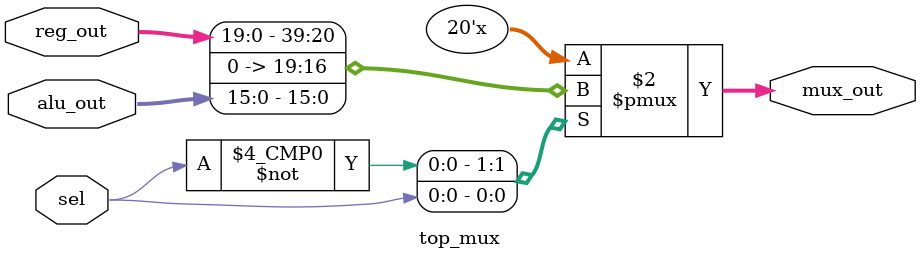
<source format=sv>
module top_mux #(
    /* parameters */
) (
    input wire sel ,
    input wire [15:0] alu_out ,
    input wire [19:0] reg_out ,
    output reg [19:0] mux_out
);

localparam MEMORY_OUT = 0 ; 
localparam ALU_OUT    = 1 ; 

    always @(*) begin 
        case (sel)
            MEMORY_OUT : mux_out = reg_out ;
            ALU_OUT    : mux_out = alu_out ;
        endcase
    end 
endmodule
</source>
